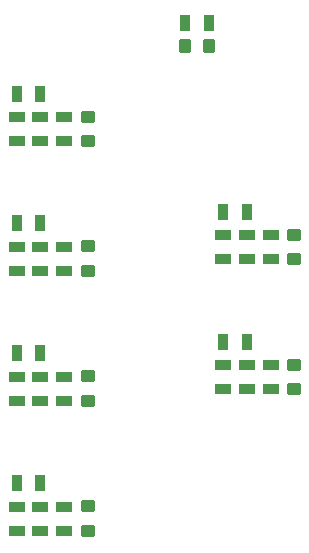
<source format=gtp>
G04*
G04 #@! TF.GenerationSoftware,Altium Limited,Altium Designer,21.2.1 (34)*
G04*
G04 Layer_Color=8421504*
%FSTAX24Y24*%
%MOIN*%
G70*
G04*
G04 #@! TF.SameCoordinates,36507061-655E-4290-96EC-BFA040FA6CF6*
G04*
G04*
G04 #@! TF.FilePolarity,Positive*
G04*
G01*
G75*
G04:AMPARAMS|DCode=13|XSize=55.1mil|YSize=35.4mil|CornerRadius=3.5mil|HoleSize=0mil|Usage=FLASHONLY|Rotation=270.000|XOffset=0mil|YOffset=0mil|HoleType=Round|Shape=RoundedRectangle|*
%AMROUNDEDRECTD13*
21,1,0.0551,0.0283,0,0,270.0*
21,1,0.0480,0.0354,0,0,270.0*
1,1,0.0071,-0.0142,-0.0240*
1,1,0.0071,-0.0142,0.0240*
1,1,0.0071,0.0142,0.0240*
1,1,0.0071,0.0142,-0.0240*
%
%ADD13ROUNDEDRECTD13*%
G04:AMPARAMS|DCode=14|XSize=43.3mil|YSize=47.2mil|CornerRadius=10.8mil|HoleSize=0mil|Usage=FLASHONLY|Rotation=270.000|XOffset=0mil|YOffset=0mil|HoleType=Round|Shape=RoundedRectangle|*
%AMROUNDEDRECTD14*
21,1,0.0433,0.0256,0,0,270.0*
21,1,0.0217,0.0472,0,0,270.0*
1,1,0.0217,-0.0128,-0.0108*
1,1,0.0217,-0.0128,0.0108*
1,1,0.0217,0.0128,0.0108*
1,1,0.0217,0.0128,-0.0108*
%
%ADD14ROUNDEDRECTD14*%
G04:AMPARAMS|DCode=15|XSize=43.3mil|YSize=47.2mil|CornerRadius=10.8mil|HoleSize=0mil|Usage=FLASHONLY|Rotation=0.000|XOffset=0mil|YOffset=0mil|HoleType=Round|Shape=RoundedRectangle|*
%AMROUNDEDRECTD15*
21,1,0.0433,0.0256,0,0,0.0*
21,1,0.0217,0.0472,0,0,0.0*
1,1,0.0217,0.0108,-0.0128*
1,1,0.0217,-0.0108,-0.0128*
1,1,0.0217,-0.0108,0.0128*
1,1,0.0217,0.0108,0.0128*
%
%ADD15ROUNDEDRECTD15*%
G04:AMPARAMS|DCode=16|XSize=55.1mil|YSize=35.4mil|CornerRadius=3.5mil|HoleSize=0mil|Usage=FLASHONLY|Rotation=0.000|XOffset=0mil|YOffset=0mil|HoleType=Round|Shape=RoundedRectangle|*
%AMROUNDEDRECTD16*
21,1,0.0551,0.0283,0,0,0.0*
21,1,0.0480,0.0354,0,0,0.0*
1,1,0.0071,0.0240,-0.0142*
1,1,0.0071,-0.0240,-0.0142*
1,1,0.0071,-0.0240,0.0142*
1,1,0.0071,0.0240,0.0142*
%
%ADD16ROUNDEDRECTD16*%
D13*
X071463Y027986D02*
D03*
X070676D02*
D03*
X071463Y032317D02*
D03*
X070676D02*
D03*
X064573Y023262D02*
D03*
X063786D02*
D03*
X064573Y027593D02*
D03*
X063786D02*
D03*
X064573Y031923D02*
D03*
X063786D02*
D03*
X064573Y036254D02*
D03*
X063786D02*
D03*
X069404Y038616D02*
D03*
X070191D02*
D03*
D14*
X066148Y035486D02*
D03*
Y03466D02*
D03*
X073038Y026392D02*
D03*
Y027219D02*
D03*
Y030723D02*
D03*
Y031549D02*
D03*
X066148Y021667D02*
D03*
Y022494D02*
D03*
Y025998D02*
D03*
Y026825D02*
D03*
Y030329D02*
D03*
Y031156D02*
D03*
D15*
X069384Y037829D02*
D03*
X070211D02*
D03*
D16*
X071463Y026412D02*
D03*
Y027199D02*
D03*
Y030742D02*
D03*
Y03153D02*
D03*
X070676Y03153D02*
D03*
Y030742D02*
D03*
Y027199D02*
D03*
Y026412D02*
D03*
X064573Y022475D02*
D03*
Y021687D02*
D03*
X063786Y022475D02*
D03*
Y021687D02*
D03*
X064573Y026805D02*
D03*
Y026018D02*
D03*
X063786Y026805D02*
D03*
Y026018D02*
D03*
Y031136D02*
D03*
Y030349D02*
D03*
X064573Y031136D02*
D03*
Y030349D02*
D03*
X063786Y035467D02*
D03*
Y034679D02*
D03*
X064573Y035467D02*
D03*
Y034679D02*
D03*
X07225Y026412D02*
D03*
Y027199D02*
D03*
Y030742D02*
D03*
Y03153D02*
D03*
X065361Y022475D02*
D03*
Y021687D02*
D03*
Y026805D02*
D03*
Y026018D02*
D03*
Y031136D02*
D03*
Y030349D02*
D03*
Y034679D02*
D03*
Y035467D02*
D03*
M02*

</source>
